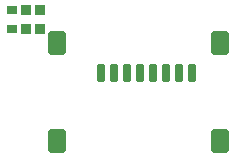
<source format=gtp>
G04*
G04 #@! TF.GenerationSoftware,Altium Limited,Altium Designer,20.0.10 (225)*
G04*
G04 Layer_Color=8421504*
%FSLAX25Y25*%
%MOIN*%
G70*
G01*
G75*
G04:AMPARAMS|DCode=13|XSize=78.74mil|YSize=57.09mil|CornerRadius=5.71mil|HoleSize=0mil|Usage=FLASHONLY|Rotation=270.000|XOffset=0mil|YOffset=0mil|HoleType=Round|Shape=RoundedRectangle|*
%AMROUNDEDRECTD13*
21,1,0.07874,0.04567,0,0,270.0*
21,1,0.06732,0.05709,0,0,270.0*
1,1,0.01142,-0.02284,-0.03366*
1,1,0.01142,-0.02284,0.03366*
1,1,0.01142,0.02284,0.03366*
1,1,0.01142,0.02284,-0.03366*
%
%ADD13ROUNDEDRECTD13*%
G04:AMPARAMS|DCode=14|XSize=59.06mil|YSize=25.59mil|CornerRadius=2.56mil|HoleSize=0mil|Usage=FLASHONLY|Rotation=270.000|XOffset=0mil|YOffset=0mil|HoleType=Round|Shape=RoundedRectangle|*
%AMROUNDEDRECTD14*
21,1,0.05906,0.02047,0,0,270.0*
21,1,0.05394,0.02559,0,0,270.0*
1,1,0.00512,-0.01024,-0.02697*
1,1,0.00512,-0.01024,0.02697*
1,1,0.00512,0.01024,0.02697*
1,1,0.00512,0.01024,-0.02697*
%
%ADD14ROUNDEDRECTD14*%
G04:AMPARAMS|DCode=15|XSize=33.47mil|YSize=33.47mil|CornerRadius=3.35mil|HoleSize=0mil|Usage=FLASHONLY|Rotation=90.000|XOffset=0mil|YOffset=0mil|HoleType=Round|Shape=RoundedRectangle|*
%AMROUNDEDRECTD15*
21,1,0.03347,0.02677,0,0,90.0*
21,1,0.02677,0.03347,0,0,90.0*
1,1,0.00669,0.01339,0.01339*
1,1,0.00669,0.01339,-0.01339*
1,1,0.00669,-0.01339,-0.01339*
1,1,0.00669,-0.01339,0.01339*
%
%ADD15ROUNDEDRECTD15*%
G04:AMPARAMS|DCode=16|XSize=27.56mil|YSize=36.22mil|CornerRadius=2.76mil|HoleSize=0mil|Usage=FLASHONLY|Rotation=270.000|XOffset=0mil|YOffset=0mil|HoleType=Round|Shape=RoundedRectangle|*
%AMROUNDEDRECTD16*
21,1,0.02756,0.03071,0,0,270.0*
21,1,0.02205,0.03622,0,0,270.0*
1,1,0.00551,-0.01535,-0.01102*
1,1,0.00551,-0.01535,0.01102*
1,1,0.00551,0.01535,0.01102*
1,1,0.00551,0.01535,-0.01102*
%
%ADD16ROUNDEDRECTD16*%
D13*
X17618Y48031D02*
D03*
Y15354D02*
D03*
X71752D02*
D03*
Y48031D02*
D03*
D14*
X62382Y37795D02*
D03*
X58051D02*
D03*
X53720D02*
D03*
X49390D02*
D03*
X45059D02*
D03*
X40728D02*
D03*
X36398D02*
D03*
X32067D02*
D03*
D15*
X11713Y52598D02*
D03*
Y58819D02*
D03*
X7087Y52598D02*
D03*
Y58819D02*
D03*
D16*
X2559Y58858D02*
D03*
Y52559D02*
D03*
M02*

</source>
